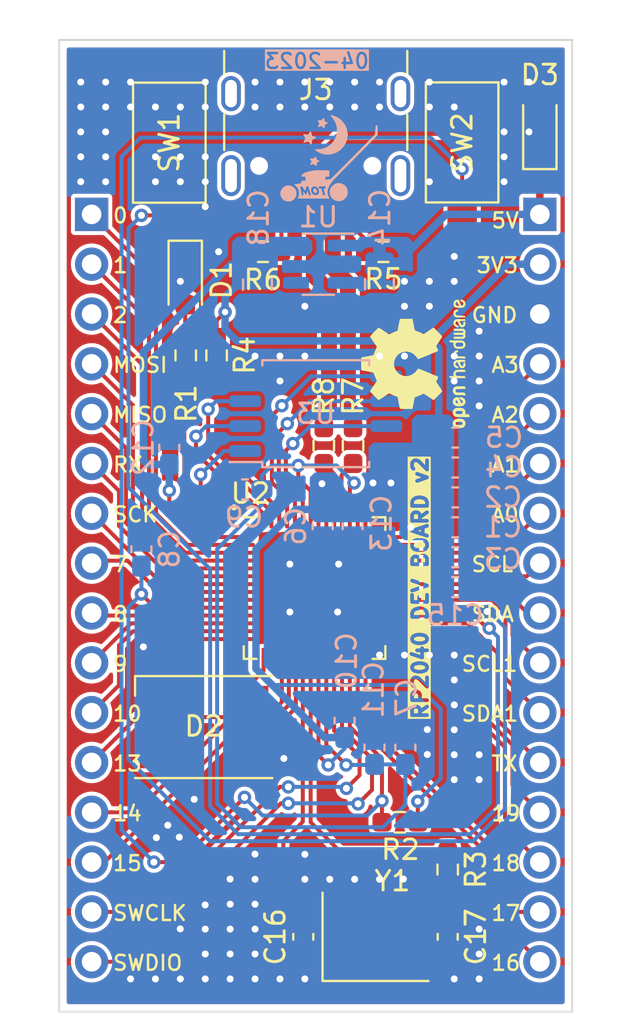
<source format=kicad_pcb>
(kicad_pcb (version 20221018) (generator pcbnew)
  (title_block (date "2023-04-26") (rev "-"))
  (layers (0 "F.Cu" mixed) (31 "B.Cu" mixed) (34 "B.Paste" user) (35 "F.Paste" user) (36 "B.SilkS" user "B.Silkscreen") (37 "F.SilkS" user "F.Silkscreen") (38 "B.Mask" user) (39 "F.Mask" user) (44 "Edge.Cuts" user))
  (net 0 "")
  (net 1 "+3.3V")
  (net 2 "GND")
  (net 3 "+1V2")
  (net 4 "+5V")
  (net 5 "Net-(U2-XIN)")
  (net 6 "Net-(C17-Pad1)")
  (net 7 "USBBOOT")
  (net 8 "Net-(D1-A)")
  (net 9 "NEO_PWR")
  (net 11 "NEOPIX")
  (net 12 "Net-(D3-A)")
  (net 13 "A3")
  (net 14 "A2")
  (net 15 "A1")
  (net 16 "A0")
  (net 17 "SCL")
  (net 18 "SDA")
  (net 19 "SCL1")
  (net 20 "SDA1")
  (net 21 "TX")
  (net 22 "GPIO19")
  (net 23 "GPIO18")
  (net 24 "GPIO17")
  (net 25 "GPIO16")
  (net 26 "GPIO0")
  (net 27 "GPIO1")
  (net 28 "GPIO2")
  (net 29 "MOSI")
  (net 30 "MISO")
  (net 31 "RX")
  (net 32 "SCK")
  (net 33 "GPIO7")
  (net 34 "GPIO8")
  (net 35 "GPIO9")
  (net 36 "GPIO10")
  (net 37 "GPIO13")
  (net 38 "GPIO14")
  (net 39 "GPIO15")
  (net 40 "SWCLK")
  (net 41 "SWDIO")
  (net 42 "Net-(J3-CC1)")
  (net 43 "/USB D+")
  (net 44 "/USB D-")
  (net 46 "Net-(J3-CC2)")
  (net 49 "Net-(U2-XOUT)")
  (net 50 "QSPI_CS")
  (net 51 "D-")
  (net 52 "D+")
  (net 53 "RESET")
  (net 55 "QSPI_DATA(3)")
  (net 56 "QSPI_DATA(0)")
  (net 57 "QSPI_DATA(2)")
  (net 58 "QSPI_DATA(1)")
  (net 59 "QSPI_SCK")
  (footprint "Connector_PinHeader_2.54mm:PinHeader_1x16_P2.54mm_Vertical" (layer "F.Cu") (at 156.21 98.425)
    (fp_text reference "J2" hide)
    (fp_text value "Conn_01x16")
  )
  (footprint "Resistor_SMD:R_0603_1608Metric_Pad0.98x0.95mm_HandSolder" (layer "F.Cu") (at 162.5854 105.6132 -90)
    (fp_text reference "R4")
    (fp_text value "10k")
  )
  (footprint "Button_Switch_SMD:SW_SPST_CK_RS282G05A3" (layer "F.Cu") (at 160.1724 94.7696 90)
    (fp_text reference "SW1")
    (fp_text value "PTS636 SK25")
  )
  (footprint "RP2040_DevBoard:WS2812B" (layer "F.Cu") (at 161.925 124.5616)
    (fp_text reference "D2")
    (fp_text value "WS2812B")
  )
  (footprint "Resistor_SMD:R_0603_1608Metric_Pad0.98x0.95mm_HandSolder" (layer "F.Cu") (at 161.0106 105.6132 90)
    (fp_text reference "R1")
    (fp_text value "1k3")
  )
  (footprint "Resistor_SMD:R_0603_1608Metric_Pad0.98x0.95mm_HandSolder" (layer "F.Cu") (at 169.545 110.2125 90)
    (fp_text reference "R7")
    (fp_text value "27")
  )
  (footprint "Connector_PinHeader_2.54mm:PinHeader_1x16_P2.54mm_Vertical" (layer "F.Cu") (at 179.07 98.425)
    (fp_text reference "J1" hide)
    (fp_text value "Conn_01x16")
  )
  (footprint "Resistor_SMD:R_0603_1608Metric_Pad0.98x0.95mm_HandSolder" (layer "F.Cu") (at 168.051 110.2125 90)
    (fp_text reference "R8")
    (fp_text value "27")
  )
  (footprint "Connector_USB:USB_C_Receptacle_GCT_USB4105-xx-A_16P_TopMnt_Horizontal" (layer "F.Cu") (at 167.64 93.345 180)
    (fp_text reference "J3")
    (fp_text value "USB_C_Receptacle_USB2.0")
  )
  (footprint "Button_Switch_SMD:SW_SPST_CK_RS282G05A3" (layer "F.Cu") (at 175.1076 94.7558 90)
    (fp_text reference "SW2")
    (fp_text value "PTS636 SK25")
  )
  (footprint "Resistor_SMD:R_0603_1608Metric_Pad0.98x0.95mm_HandSolder" (layer "F.Cu") (at 174.371 131.826 -90)
    (fp_text reference "R3")
    (fp_text value "1k3")
  )
  (footprint "Resistor_SMD:R_0603_1608Metric_Pad0.98x0.95mm_HandSolder" (layer "F.Cu") (at 171.0925 100.33)
    (fp_text reference "R5")
    (fp_text value "5k1")
  )
  (footprint "Crystal:Crystal_SMD_3225-4Pin_3.2x2.5mm_HandSoldering" (layer "F.Cu") (at 170.688 135.255)
    (fp_text reference "Y1")
    (fp_text value "12MHz")
  )
  (footprint "Diode_SMD:D_SOD-323_HandSoldering" (layer "F.Cu") (at 179.07 94.107 90)
    (fp_text reference "D3")
    (fp_text value "NSR0320")
  )
  (footprint "Symbol:OSHW-Logo2_7.3x6mm_SilkScreen" (layer "F.Cu") (at 172.72 106.045 90)
    (fp_text reference "REF**" hide)
    (fp_text value "OSHW-Logo2_7.3x6mm_SilkScreen" hide)
  )
  (footprint "Package_DFN_QFN:QFN-56-1EP_7x7mm_P0.4mm_EP4x4mm" (layer "F.Cu") (at 167.58 117.475)
    (fp_text reference "U2")
    (fp_text value "RP2040")
  )
  (footprint "Resistor_SMD:R_0603_1608Metric_Pad0.98x0.95mm_HandSolder" (layer "F.Cu") (at 171.9326 129.413 180)
    (fp_text reference "R2")
    (fp_text value "10k")
  )
  (footprint "Resistor_SMD:R_0603_1608Metric_Pad0.98x0.95mm_HandSolder" (layer "F.Cu") (at 164.9495 100.33 180)
    (fp_text reference "R6")
    (fp_text value "5k1")
  )
  (footprint "Capacitor_SMD:C_0603_1608Metric_Pad1.08x0.95mm_HandSolder" (layer "F.Cu") (at 167.005 135.255 90)
    (fp_text reference "C16")
    (fp_text value "8p")
  )
  (footprint "Diode_SMD:D_SOD-323_HandSoldering" (layer "F.Cu") (at 160.9852 101.7778 -90)
    (fp_text reference "D1")
    (fp_text value "NSR0320")
  )
  (footprint "Capacitor_SMD:C_0603_1608Metric_Pad1.08x0.95mm_HandSolder" (layer "F.Cu") (at 174.371 135.255 -90)
    (fp_text reference "C17")
    (fp_text value "8p")
  )
  (footprint "Capacitor_SMD:C_0603_1608Metric_Pad1.08x0.95mm_HandSolder" (layer "B.Cu") (at 169.1132 124.2325 90)
    (fp_text reference "C10")
    (fp_text value "0.1u")
  )
  (footprint "Capacitor_SMD:C_0603_1608Metric_Pad1.08x0.95mm_HandSolder" (layer "B.Cu") (at 158.75 115.4927 90)
    (fp_text reference "C8")
    (fp_text value "0.1u")
  )
  (footprint "Capacitor_SMD:C_0603_1608Metric_Pad1.08x0.95mm_HandSolder" (layer "B.Cu") (at 169.5196 114.3243 -90)
    (fp_text reference "C13")
    (fp_text value "0.1u")
  )
  (footprint "Capacitor_SMD:C_0603_1608Metric_Pad1.08x0.95mm_HandSolder" (layer "B.Cu") (at 174.7531 115.9002)
    (fp_text reference "C3")
    (fp_text value "0.1u")
  )
  (footprint "Capacitor_SMD:C_0603_1608Metric_Pad1.08x0.95mm_HandSolder" (layer "B.Cu") (at 170.6372 125.6019 90)
    (fp_text reference "C11")
    (fp_text value "0.1u")
  )
  (footprint "Capacitor_SMD:C_0603_1608Metric_Pad1.08x0.95mm_HandSolder" (layer "B.Cu") (at 174.752 112.8522)
    (fp_text reference "C2")
    (fp_text value "1u")
  )
  (footprint "Capacitor_SMD:C_0603_1608Metric_Pad1.08x0.95mm_HandSolder" (layer "B.Cu") (at 164.0332 112.4458 180)
    (fp_text reference "C9")
    (fp_text value "0.1u")
  )
  (footprint "KiCad:logo" (layer "B.Cu") (at 168.148 95.631 180)
    (fp_text reference "G***" hide)
    (fp_text value "LOGO" hide)
  )
  (footprint "Capacitor_SMD:C_0805_2012Metric_Pad1.18x1.45mm_HandSolder" (layer "B.Cu") (at 170.8912 101.981 -90)
    (fp_text reference "C14")
    (fp_text value "10u")
  )
  (footprint "Capacitor_SMD:C_0603_1608Metric_Pad1.08x0.95mm_HandSolder" (layer "B.Cu") (at 172.212 125.6041 90)
    (fp_text reference "C7")
    (fp_text value "1u")
  )
  (footprint "Capacitor_SMD:C_0603_1608Metric_Pad1.08x0.95mm_HandSolder" (layer "B.Cu") (at 174.752 117.4242)
    (fp_text reference "C15")
    (fp_text value "0.1u")
  )
  (footprint "Package_TO_SOT_SMD:SOT-23-5" (layer "B.Cu") (at 167.7725 100.965 180)
    (fp_text reference "U1")
    (fp_text value "AP2112K-3.3")
  )
  (footprint "Capacitor_SMD:C_0805_2012Metric_Pad1.18x1.45mm_HandSolder" (layer "B.Cu") (at 164.6682 102.0064 -90)
    (fp_text reference "C18")
    (fp_text value "10u")
  )
  (footprint "Capacitor_SMD:C_0603_1608Metric_Pad1.08x0.95mm_HandSolder" (layer "B.Cu") (at 174.7531 109.8042)
    (fp_text reference "C5")
    (fp_text value "0.1u")
  )
  (footprint "Package_SO:SOIC-8_5.23x5.23mm_P1.27mm" (layer "B.Cu") (at 167.64 108.585)
    (fp_text reference "U3")
    (fp_text value "W25Q64JVSS")
  )
  (footprint "Capacitor_SMD:C_0603_1608Metric_Pad1.08x0.95mm_HandSolder" (layer "B.Cu") (at 160.1724 110.3133 90)
    (fp_text reference "C12")
    (fp_text value "0.1u")
  )
  (footprint "Capacitor_SMD:C_0603_1608Metric_Pad1.08x0.95mm_HandSolder" (layer "B.Cu") (at 174.7509 114.3762)
    (fp_text reference "C1")
    (fp_text value "1u")
  )
  (footprint "Capacitor_SMD:C_0603_1608Metric_Pad1.08x0.95mm_HandSolder" (layer "B.Cu") (at 167.9956 114.3265 -90)
    (fp_text reference "C6")
    (fp_text value "0.1u")
  )
  (footprint "Capacitor_SMD:C_0603_1608Metric_Pad1.08x0.95mm_HandSolder" (layer "B.Cu") (at 174.752 111.3282)
    (fp_text reference "C4")
    (fp_text value "0.1u")
  )
  (gr_circle (center 163.4744 113.3602) (end 163.4998 113.4364) (stroke (width 0.15)) (fill none) (layer "F.SilkS"))
  (gr_rect (start 154.559 89.535) (end 180.721 139.065) (stroke (width 0.1)) (fill none) (layer "Edge.Cuts"))
  (gr_text "04-2023" (at 170.434 91.059) (layer "B.SilkS" knockout) (effects (font (size 0.762 0.762) (thickness 0.127) bold) (justify left bottom mirror)))
  (gr_text "RX" (at 157.226 111.633) (layer "F.SilkS") (effects (font (size 0.762 0.762) (thickness 0.127) bold) (justify left bottom)))
  (gr_text "17" (at 176.53 134.493) (layer "F.SilkS") (effects (font (size 0.762 0.762) (thickness 0.127) bold) (justify left bottom)))
  (gr_text "A3" (at 176.53 106.553) (layer "F.SilkS") (effects (font (size 0.762 0.762) (thickness 0.127) bold) (justify left bottom)))
  (gr_text "SCK" (at 157.226 114.173) (layer "F.SilkS") (effects (font (size 0.762 0.762) (thickness 0.127) bold) (justify left bottom)))
  (gr_text "MOSI" (at 157.226 106.553) (layer "F.SilkS") (effects (font (size 0.762 0.762) (thickness 0.127) bold) (justify left bottom)))
  (gr_text "SDA" (at 175.514 119.253) (layer "F.SilkS") (effects (font (size 0.762 0.762) (thickness 0.127) bold) (justify left bottom)))
  (gr_text "SDA1" (at 175.006 124.333) (layer "F.SilkS") (effects (font (size 0.762 0.762) (thickness 0.127) bold) (justify left bottom)))
  (gr_text "SCL" (at 175.514 116.713) (layer "F.SilkS") (effects (font (size 0.762 0.762) (thickness 0.127) bold) (justify left bottom)))
  (gr_text "1" (at 157.226 101.473) (layer "F.SilkS") (effects (font (size 0.762 0.762) (thickness 0.127) bold) (justify left bottom)))
  (gr_text "RP2040 DEV BOARD v2" (at 172.974 117.475 90) (layer "F.SilkS" knockout) (effects (font (size 0.762 0.762) (thickness 0.1905) bold)))
  (gr_text "A0" (at 176.53 114.173) (layer "F.SilkS") (effects (font (size 0.762 0.762) (thickness 0.127) bold) (justify left bottom)))
  (gr_text "GND" (at 175.514 104.013) (layer "F.SilkS") (effects (font (size 0.762 0.762) (thickness 0.127) bold) (justify left bottom)))
  (gr_text "18" (at 176.53 131.953) (layer "F.SilkS") (effects (font (size 0.762 0.762) (thickness 0.127) bold) (justify left bottom)))
  (gr_text "8" (at 157.226 119.253) (layer "F.SilkS") (effects (font (size 0.762 0.762) (thickness 0.127) bold) (justify left bottom)))
  (gr_text "2" (at 157.226 104.013) (layer "F.SilkS") (effects (font (size 0.762 0.762) (thickness 0.127) bold) (justify left bottom)))
  (gr_text "SCL1" (at 175.006 121.793) (layer "F.SilkS") (effects (font (size 0.762 0.762) (thickness 0.127) bold) (justify left bottom)))
  (gr_text "TX" (at 176.53 126.873) (layer "F.SilkS") (effects (font (size 0.762 0.762) (thickness 0.127) bold) (justify left bottom)))
  (gr_text "SWCLK" (at 157.226 134.493) (layer "F.SilkS") (effects (font (size 0.762 0.762) (thickness 0.127) bold) (justify left bottom)))
  (gr_text "5V" (at 176.53 99.187) (layer "F.SilkS") (effects (font (size 0.762 0.762) (thickness 0.127) bold) (justify left bottom)))
  (gr_text "3V3" (at 175.768 101.473) (layer "F.SilkS") (effects (font (size 0.762 0.762) (thickness 0.127) bold) (justify left bottom)))
  (gr_text "16" (at 176.53 137.033) (layer "F.SilkS") (effects (font (size 0.762 0.762) (thickness 0.127) bold) (justify left bottom)))
  (gr_text "A2" (at 176.53 109.093) (layer "F.SilkS") (effects (font (size 0.762 0.762) (thickness 0.127) bold) (justify left bottom)))
  (gr_text "MISO" (at 157.226 109.093) (layer "F.SilkS") (effects (font (size 0.762 0.762) (thickness 0.127) bold) (justify left bottom)))
  (gr_text "14" (at 157.226 129.413) (layer "F.SilkS") (effects (font (size 0.762 0.762) (thickness 0.127) bold) (justify left bottom)))
  (gr_text "19" (at 176.53 129.413) (layer "F.SilkS") (effects (font (size 0.762 0.762) (thickness 0.127) bold) (justify left bottom)))
  (gr_text "SWDIO" (at 157.226 137.033) (layer "F.SilkS") (effects (font (size 0.762 0.762) (thickness 0.127) bold) (justify left bottom)))
  (gr_text "10" (at 157.226 124.333) (layer "F.SilkS") (effects (font (size 0.762 0.762) (thickness 0.127) bold) (justify left bottom)))
  (gr_text "9" (at 157.226 121.793) (layer "F.SilkS") (effects (font (size 0.762 0.762) (thickness 0.127) bold) (justify left bottom)))
  (gr_text "15" (at 157.226 131.953) (layer "F.SilkS") (effects (font (size 0.762 0.762) (thickness 0.127) bold) (justify left bottom)))
  (gr_text "A1" (at 176.53 111.633) (layer "F.SilkS") (effects (font (size 0.762 0.762) (thickness 0.127) bold) (justify left bottom)))
  (gr_text "7" (at 157.226 116.713) (layer "F.SilkS") (effects (font (size 0.762 0.762) (thickness 0.127) bold) (justify left bottom)))
  (gr_text "0" (at 157.226 98.933) (layer "F.SilkS") (effects (font (size 0.762 0.762) (thickness 0.127) bold) (justify left bottom)))
  (gr_text "13" (at 157.226 126.873) (layer "F.SilkS") (effects (font (size 0.762 0.762) (thickness 0.127) bold) (justify left bottom)))
  (segment (start 169.78 113.2268) (end 169.78 114.025) (width 0.2032) (layer "F.Cu") (net 1))
  (segment (start 167.95845 112.15465) (end 168.18 112.3762) (width 0.2032) (layer "F.Cu") (net 1))
  (segment (start 171.9926 114.875) (end 172.4914 114.3762) (width 0.2032) (layer "F.Cu") (net 1))
  (segment (start 172.8451 129.413) (end 172.8451 128.349538) (width 0.2032) (layer "F.Cu") (net 1))
  (segment (start 176.37936 118.6714) (end 176.18296 118.475) (width 0.2032) (layer "F.Cu") (net 1))
  (segment (start 167.78 125.997) (end 167.78 120.925) (width 0.2032) (layer "F.Cu") (net 1))
  (segment (start 168.275 126.492) (end 167.78 125.997) (width 0.2032) (layer "F.Cu") (net 1))
  (segment (start 171.4754 112.3442) (end 170.18 113.6396) (width 0.2032) (layer "F.Cu") (net 1))
  (segment (start 176.18296 118.475) (end 171.03 118.475) (width 0.2032) (layer "F.Cu") (net 1))
  (segment (start 167.78 112.3331) (end 167.78 114.025) (width 0.2032) (layer "F.Cu") (net 1))
  (segment (start 170.561 112.4458) (end 169.78 113.2268) (width 0.2032) (layer "F.Cu") (net 1))
  (segment (start 158.75 117.7798) (end 159.4452 118.475) (width 0.2032) (layer "F.Cu") (net 1))
  (segment (start 159.4452 118.475) (end 164.13 118.475) (width 0.2032) (layer "F.Cu") (net 1))
  (segment (start 161.5856 114.875) (end 160.1724 113.4618) (width 0.2032) (layer "F.Cu") (net 1))
  (segment (start 170.18 113.6396) (end 170.18 114.025) (width 0.2032) (layer "F.Cu") (net 1))
  (segment (start 170.561 112.1156) (end 170.561 112.4458) (width 0.2032) (layer "F.Cu") (net 1))
  (segment (start 164.13 114.875) (end 161.5856 114.875) (width 0.2032) (layer "F.Cu") (net 1))
  (segment (start 167.95845 112.15465) (end 167.78 112.3331) (width 0.2032) (layer "F.Cu") (net 1))
  (segment (start 171.4754 112.1156) (end 171.4754 112.3442) (width 0.2032) (layer "F.Cu") (net 1))
  (segment (start 172.8451 128.349538) (end 172.844381 128.348819) (width 0.2032) (layer "F.Cu") (net 1))
  (segment (start 168.18 112.3762) (end 168.18 114.025) (width 0.2032) (layer "F.Cu") (net 1))
  (segment (start 162.5854 104.7007) (end 162.5854 103.8352) (width 0.2032) (layer "F.Cu") (net 1))
  (segment (start 160.1724 113.4618) (end 160.1724 112.4966) (width 0.2032) (layer "F.Cu") (net 1))
  (segment (start 171.03 114.875) (end 171.9926 114.875) (width 0.2032) (layer "F.Cu") (net 1))
  (segment (start 162.5854 103.8352) (end 163.0172 103.4034) (width 0.2032) (layer "F.Cu") (net 1))
  (via (at 158.75 117.7798) (size 0.6858) (drill 0.3302) (layers "F.Cu" "B.Cu") (net 1))
  (via (at 167.95845 112.15465) (size 0.6858) (drill 0.3556) (layers "F.Cu" "B.Cu") (net 1))
  (via (at 172.844381 128.348819) (size 0.6858) (drill 0.3302) (layers "F.Cu" "B.Cu") (net 1))
  (via (at 176.37936 118.6714) (size 0.6858) (drill 0.3556) (layers "F.Cu" "B.Cu") (net 1))
  (via (at 163.0172 103.4034) (size 0.6858) (drill 0.3302) (layers "F.Cu" "B.Cu") (net 1))
  (via (at 171.4754 112.1156) (size 0.6858) (drill 0.3556) (layers "F.Cu" "B.Cu") (net 1))
  (via (at 168.275 126.492) (size 0.6858) (drill 0.3556) (layers "F.Cu" "B.Cu") (net 1))
  (via (at 172.4914 114.3762) (size 0.6858) (drill 0.3556) (layers "F.Cu" "B.Cu") (net 1))
  (via (at 170.561 112.1156) (size 0.6858) (drill 0.3556) (layers "F.Cu" "B.Cu") (net 1))
  (via (at 160.1724 112.4966) (size 0.6858) (drill 0.3556) (layers "F.Cu" "B.Cu") (net 1))
  (segment (start 163.0172 104.267) (end 163.6268 104.8766) (width 0.381) (layer "B.Cu") (net 1))
  (segment (start 168.275 126.492) (end 169.1132 125.6538) (width 0.2032) (layer "B.Cu") (net 1))
  (segment (start 174.0154 123.6472) (end 172.7835 122.4153) (width 0.2032) (layer "B.Cu") (net 1))
  (segment (start 158.8516 105.4354) (end 158.8516 110.9726) (width 0.381) (layer "B.Cu") (net 1))
  (segment (start 173.8906 114.3784) (end 173.8884 114.3762) (width 0.2032) (layer "B.Cu") (net 1))
  (segment (start 162.2552 130.3782) (end 158.0896 126.2126) (width 0.2032) (layer "B.Cu") (net 1))
  (segment (start 173.5328 104.8766) (end 177.4444 100.965) (width 0.381) (layer "B.Cu") (net 1))
  (segment (start 172.844381 128.348819) (end 174.0154 127.1778) (width 0.2032) (layer "B.Cu") (net 1))
  (segment (start 175.661294 130.3782) (end 162.2552 130.3782) (width 0.2032) (layer "B.Cu") (net 1))
  (segment (start 158.0896 126.2126) (end 158.0896 118.4402) (width 0.2032) (layer "B.Cu") (net 1))
  (segment (start 176.37936 118.6714) (end 176.482771 118.6714) (width 0.2032) (layer "B.Cu") (net 1))
  (segment (start 168.0972 125.095) (end 169.1132 125.095) (width 0.381) (layer "B.Cu") (net 1))
  (segment (start 158.75 116.3552) (end 158.75 117.7798) (width 0.2032) (layer "B.Cu") (net 1))
  (segment (start 164.6682 100.9689) (end 163.3181 100.9689) (width 0.381) (layer "B.Cu") (net 1))
  (segment (start 169.1132 125.6538) (end 169.1132 125.095) (width 0.2032) (layer "B.Cu") (net 1))
  (segment (start 177.4444 100.965) (end 179.07 100.965) (width 0.381) (layer "B.Cu") (net 1))
  (segment (start 173.9138 108.7628) (end 173.9138 105.2576) (width 0.381) (layer "B.Cu") (net 1))
  (segment (start 174.0154 127.1778) (end 174.0154 123.6472) (width 0.2032) (layer "B.Cu") (net 1))
  (segment (start 176.482771 118.6714) (end 177.292 119.480629) (width 0.2032) (layer "B.Cu") (net 1))
  (segment (start 159.0548 111.1758) (end 160.1724 111.1758) (width 0.381) (layer "B.Cu") (net 1))
  (segment (start 163.0172 103.4034) (end 163.0172 104.267) (width 0.381) (layer "B.Cu") (net 1))
  (segment (start 158.0896 118.4402) (end 158.75 117.7798) (width 0.2032) (layer "B.Cu") (net 1))
  (segment (start 164.592 121.5898) (end 165.4175 122.4153) (width 0.381) (layer "B.Cu") (net 1))
  (segment (start 164.6682 100.9689) (end 163.0172 102.6199) (width 0.381) (layer "B.Cu") (net 1))
  (segment (start 163.3181 100.9689) (end 158.8516 105.4354) (width 0.381) (layer "B.Cu") (net 1))
  (segment (start 177.292 119.480629) (end 177.292 128.747494) (width 0.2032) (layer "B.Cu") (net 1))
  (segment (start 173.9138 105.2576) (end 173.5328 104.8766) (width 0.381) (layer "B.Cu") (net 1))
  (segment (start 164.592 115.4938) (end 164.592 121.5898) (width 0.381) (layer "B.Cu") (net 1))
  (segment (start 166.6218 113.464) (end 164.592 115.4938) (width 0.381) (layer "B.Cu") (net 1))
  (segment (start 160.1724 112.4966) (end 160.1724 111.1758) (width 0.381) (layer "B.Cu") (net 1))
  (segment (start 177.292 128.747494) (end 175.661294 130.3782) (width 0.2032) (layer "B.Cu") (net 1))
  (segment (start 158.8516 110.9726) (end 159.0548 111.1758) (width 0.381) (layer "B.Cu") (net 1))
  (segment (start 172.7835 122.4153) (end 165.4175 122.4153) (width 0.2032) (layer "B.Cu") (net 1))
  (segment (start 163.6268 104.8766) (end 173.5328 104.8766) (width 0.381) (layer "B.Cu") (net 1))
  (segment (start 165.4175 122.4153) (end 168.0972 125.095) (width 0.381) (layer "B.Cu") (net 1))
  (segment (start 167.9956 113.464) (end 166.6218 113.464) (width 0.381) (layer "B.Cu") (net 1))
  (segment (start 163.0172 102.6199) (end 163.0172 103.4034) (width 0.381) (layer "B.Cu") (net 1))
  (segment (start 175.0938 90.678) (end 175.1076 90.6642) (width 0.381) (layer "F.Cu") (net 2))
  (segment (start 175.1214 90.678) (end 175.1076 90.6642) (width 0.381) (layer "F.Cu") (net 2))
  (segment (start 164.44 99.927) (end 164.037 100.33) (width 0.381) (layer "F.Cu") (net 2))
  (segment (start 162.687 100.33) (end 164.037 100.33) (width 0.381) (layer "F.Cu") (net 2))
  (segment (start 172.4255 136.1175) (end 172.138 136.405) (width 0.762) (layer "F.Cu") (net 2))
  (segment (start 166.58 118.475) (end 167.58 117.475) (width 0.2032) (layer "F.Cu") (net 2))
  (segment (start 170.84 97.025) (end 170.84 99.165) (width 0.381) (layer "F.Cu") (net 2))
  (segment (start 166.6244 118.9994) (end 166.3192 118.6942) (width 0.2032) (layer "F.Cu") (net 2))
  (segment (start 164.44 97.025) (end 164.44 99.927) (width 0.381) (layer "F.Cu") (net 2))
  (segment (start 166.3192 118.6942) (end 166.58 118.475) (width 0.2032) (layer "F.Cu") (net 2))
  (segment (start 166.0144 126.1616) (end 164.425 126.1616) (width 0.2032) (layer "F.Cu") (net 2))
  (segment (start 170.84 99.165) (end 172.005 100.33) (width 0.381) (layer "F.Cu") (net 2))
  (segment (start 168.9505 134.3925) (end 169.238 134.105) (width 0.762) (layer "F.Cu") (net 2))
  (via (at 170.895 92.95) (size 0.6858) (drill 0.3556) (layers "F.Cu" "B.Cu") (net 2))
  (via (at 164.545 92.95) (size 0.6858) (drill 0.3556) (layers "F.Cu" "B.Cu") (net 2))
  (via (at 159.465 92.95) (size 0.6858) (drill 0.3556) (layers "F.Cu" "B.Cu") (net 2))
  (via (at 173.435 92.95) (size 0.6858) (drill 0.3556) (layers "F.Cu" "B.Cu") (net 2))
  (via (at 174.705 120.89) (size 0.6858) (drill 0.3556) (layers "F.Cu" "B.Cu") (net 2))
  (via (at 159.465 137.4) (size 0.6858) (drill 0.3556) (layers "F.Cu" "B.Cu") (net 2))
  (via (at 156.925 96.76) (size 0.6858) (drill 0.3556) (layers "F.Cu" "B.Cu") (net 2))
  (via (at 172.165 101.84) (size 0.6858) (drill 0.3556) (layers "F.Cu" "B.Cu") (net 2))
  (via (at 156.925 94.22) (size 0.6858) (drill 0.3556) (layers "F.Cu" "B.Cu") (net 2))
  (via (at 174.705 127.24) (size 0.6858) (drill 0.3556) (layers "F.Cu" "B.Cu") (net 2))
  (via (at 160.735 96.76) (size 0.6858) (drill 0.3556) (layers "F.Cu" "B.Cu") (net 2))
  (via (at 155.655 94.22) (size 0.6858) (drill 0.3556) (layers "F.Cu" "B.Cu") (net 2))
  (via (at 172.1104 132.3086) (size 0.6858) (drill 0.3556) (layers "F.Cu" "B.Cu") (net 2))
  (via (at 163.275 134.86) (size 0.6858) (drill 0.3556) (layers "F.Cu" "B.Cu") (net 2))
  (via (at 164.545 91.68) (size 0.6858) (drill 0.3556) (layers "F.Cu" "B.Cu") (net 2))
  (via (at 159.465 96.76) (size 0.6858) (drill 0.3556) (layers "F.Cu" "B.Cu") (net 2))
  (via (at 169.625 92.95) (size 0.6858) (drill 0.3556) (layers "F.Cu" "B.Cu") (net 2))
  (via (at 160.735 137.4) (size 0.6858) (drill 0.3556) (layers "F.Cu" "B.Cu") (net 2))
  (via (at 174.705 92.95) (size 0.6858) (drill 0.3556) (layers "F.Cu" "B.Cu") (net 2))
  (via (at 168.355 91.68) (size 0.6858) (drill 0.3556) (layers "F.Cu" "B.Cu") (net 2))
  (via (at 168.355 132.32) (size 0.6858) (drill 0.3556) (layers "F.Cu" "B.Cu") (net 2))
  (via (at 172.165 120.89) (size 0.6858) (drill 0.3556) (layers "F.Cu" "B.Cu") (net 2))
  (via (at 162.005 96.76) (size 0.6858) (drill 0.3556) (layers "F.Cu" "B.Cu") (net 2))
  (via (at 164.545 136.13) (size 0.6858) (drill 0.3556) (layers "F.Cu" "B.Cu") (net 2))
  (via (at 175.975 105.65) (size 0.6858) (drill 0.3556) (layers "F.Cu" "B.Cu") (net 2))
  (via (at 175.975 134.86) (size 0.6858) (drill 0.3556) (layers "F.Cu" "B.Cu") (net 2))
  (via (at 177.245 91.68) (size 0.6858) (drill 0.3556) (layers "F.Cu" "B.Cu") (net 2))
  (via (at 159.465 95.49) (size 0.6858) (drill 0.3556) (layers "F.Cu" "B.Cu") (net 2))
  (via (at 168.7576 118.6942) (size 0.6858) (drill 0.3556) (layers "F.Cu" "B.Cu") (net 2))
  (via (at 174.705 100.57) (size 0.6858) (drill 0.3556) (layers "F.Cu" "B.Cu") (net 2))
  (via (at 165.815 91.68) (size 0.6858) (drill 0.3556) (layers "F.Cu" "B.Cu") (net 2))
  (via (at 163.275 137.4) (size 0.6858) (drill 0.3556) (layers "F.Cu" "B.Cu") (net 2))
  (via (at 170.895 132.32) (size 0.6858) (drill 0.3556) (layers "F.Cu" "B.Cu") (net 2))
  (via (at 164.545 132.32) (size 0.6858) (drill 0.3556) (layers "F.Cu" "B.Cu") (net 2))
  (via (at 166.3192 116.2558) (size 0.6858) (drill 0.3556) (layers "F.Cu" "B.Cu") (net 2))
  (via (at 175.975 106.92) (size 0.6858) (drill 0.3556) (layers "F.Cu" "B.Cu") (net 2))
  (via (at 167.085 103.11) (size 0.6858) (drill 0.3556) (layers "F.Cu" "B.Cu") (net 2))
  (via (at 164.545 133.59) (size 0.6858) (drill 0.3556) (layers "F.Cu" "B.Cu") (net 2))
  (via (at 167.085 91.68) (size 0.6858) (drill 0.3556) (layers "F.Cu" "B.Cu") (net 2))
  (via (at 175.975 108.19) (size 0.6858) (drill 0.3556) (layers "F.Cu" "B.Cu") (net 2))
  (via (at 164.545 105.65) (size 0.6858) (drill 0.3556) (layers "F.Cu" "B.Cu") (net 2))
  (via (at 156.925 92.95) (size 0.6858) (drill 0.3556) (layers "F.Cu" "B.Cu") (net 2))
  (via (at 168.355 92.95) (size 0.6858) (drill 0.3556) (layers "F.Cu" "B.Cu") (net 2))
  (via (at 165.815 92.95) (size 0.6858) (drill 0.3556) (layers "F.Cu" "B.Cu") (net 2))
  (via (at 174.705 106.92) (size 0.6858) (drill 0.3556) (layers "F.Cu" "B.Cu") (net 2))
  (via (at 156.925 95.49) (size 0.6858) (drill 0.3556) (layers "F.Cu" "B.Cu") (net 2))
  (via (at 167.085 132.32) (size 0.6858) (drill 0.3556) (layers "F.Cu" "B.Cu") (net 2))
  (via (at 175.975 127.24) (size 0.6858) (drill 0.3556) (layers "F.Cu" "B.Cu") (net 2))
  (via (at 164.5412 131.0386) (size 0.6858) (drill 0.3556) (layers "F.Cu" "B.Cu") (net 2))
  (via (at 174.705 124.7) (size 0.6858) (drill 0.3556) (layers "F.Cu" "B.Cu") (net 2))
  (via (at 175.975 104.38) (size 0.6858) (drill 0.3556) (layers "F.Cu" "B.Cu") (net 2))
  (via (at 160.735 101.84) (size 0.6858) (drill 0.3556) (layers "F.Cu" "B.Cu") (net 2))
  (via (at 173.435 101.84) (size 0.6858) (drill 0.3556) (layers "F.Cu" "B.Cu") (net 2))
  (via (at 164.545 137.4) (size 0.6858) (drill 0.3556) (layers "F.Cu" "B.Cu") (net 2))
  (via (at 174.705 123.43) (size 0.6858) (drill 0.3556) (layers "F.Cu" "B.Cu") (net 2))
  (via (at 167.085 137.4) (size 0.6858) (drill 0.3556) (layers "F.Cu" "B.Cu") (net 2))
  (via (at 165.815 137.4) (size 0.6858) (drill 0.3556) (layers "F.Cu" "B.Cu") (net 2))
  (via (at 155.655 92.95) (size 0.6858) (drill 0.3556) (layers "F.Cu" "B.Cu") (net 2))
  (via (at 172.165 105.65) (size 0.6858) (drill 0.3556) (layers "F.Cu" "B.Cu") (net 2))
  (via (at 166.0144 126.1616) (size 0.6858) (drill 0.3556) (layers "F.Cu" "B.Cu") (net 2))
  (via (at 163.275 136.13) (size 0.6858) (drill 0.3556) (layers "F.Cu" "B.Cu") (net 2))
  (via (at 155.655 91.68) (size 0.6858) (drill 0.3556) (layers "F.Cu" "B.Cu") (net 2))
  (via (at 158.8516 120.4722) (size 0.6858) (drill 0.3556) (layers "F.Cu" "B.Cu") (net 2))
  (via (at 162.005 134.86) (size 0.6858) (drill 0.3556) (layers "F.Cu" "B.Cu") (net 2))
  (via (at 156.925 91.68) (size 0.6858) (drill 0.3556) (layers "F.Cu" "B.Cu") (net 2))
  (via (at 170.895 105.65) (size 0.6858) (drill 0.3556) (layers "F.Cu" "B.Cu") (net 2))
  (via (at 155.655 95.49) (size 0.6858) (drill 0.3556) (layers "F.Cu" "B.Cu") (net 2))
  (via (at 174.705 137.4) (size 0.6858) (drill 0.3556) (layers "F.Cu" "B.Cu") (net 2))
  (via (at 162.0012 133.6294) (size 0.6858) (drill 0.3556) (layers "F.Cu" "B.Cu") (net 2))
  (via (at 165.815 106.92) (size 0.6858) (drill 0.3556) (layers "F.Cu" "B.Cu") (net 2))
  (via (at 170.895 120.89) (size 0.6858) (drill 0.3556) (layers "F.Cu" "B.Cu") (net 2))
  (via (at 158.195 92.95) (size 0.6858) (drill 0.3556) (layers "F.Cu" "B.Cu") (net 2))
  (via (at 174.705 122.16) (size 0.6858) (drill 0.3556) (layers "F.Cu" "B.Cu") (net 2))
  (via (at 178.515 91.68) (size 0.6858) (drill 0.3556) (layers "F.Cu" "B.Cu") (net 2))
  (via (at 175.975 136.13) (size 0.6858) (drill 0.3556) (layers "F.Cu" "B.Cu") (net 2))
  (via (at 174.705 101.84) (size 0.6858) (drill 0.3556) (layers "F.Cu" "B.Cu") (net 2))
  (via (at 162.005 137.4) (size 0.6858) (drill 0.3556) (layers "F.Cu" "B.Cu") (net 2))
  (via (at 173.3296 125.9586) (size 0.6858) (drill 0.3556) (layers "F.Cu" "B.Cu") (net 2))
  (via (at 155.655 96.76) (size 0.6858) (drill 0.3556) (layers "F.Cu" "B.Cu") (net 2))
  (via (at 165.815 105.65) (size 0.6858) (drill 0.3556) (layers "F.Cu" "B.Cu") (net 2))
  (via (at 162.005 95.49) (size 0.6858) (drill 0.3556) (layers "F.Cu" "B.Cu") (net 2))
  (via (at 173.435 103.11) (size 0.6858) (drill 0.3556) (layers "F.Cu" "B.Cu") (net 2))
  (via (at 177.245 96.76) (size 0.6858) (drill 0.3556) (layers "F.Cu" "B.Cu") (net 2))
  (via (at 160.0962 129.5654) (size 0.6858) (drill 0.3556) (layers "F.Cu" "B.Cu") (net 2))
  (via (at 173.435 91.68) (size 0.6858) (drill 0.3556) (layers "F.Cu" "B.Cu") (net 2))
  (via (at 160.735 95.49) (size 0.6858) (drill 0.3556) (layers "F.Cu" "B.Cu") (net 2))
  (via (at 158.195 137.4) (size 0.6858) (drill 0.3556) (layers "F.Cu" "B.Cu") (net 2))
  (via (at 158.195 91.68) (size 0.6858) (drill 0.3556) (layers "F.Cu" "B.Cu") (net 2))
  (via (at 160.6804 130.175) (size 0.6858) (drill 0.3556) (layers "F.Cu" "B.Cu") (net 2))
  (via (at 162.005 136.13) (size 0.6858) (drill 0.3556) (layers "F.Cu" "B.Cu") (net 2))
  (via (at 166.3192 118.6942) (size 0.6858) (drill 0.3556) (layers "F.Cu" "B.Cu") (net 2))
  (via (at 162.005 92.95) (size 0.6858) (drill 0.3556) (layers "F.Cu" "B.Cu") (net 2))
  (via (at 163.2712 132.3086) (size 0.6858) (drill 0.3556) (layers "F.Cu" "B.Cu") (net 2))
  (via (at 161.4424 128.2446) (size 0.6858) (drill 0.3556) (layers "F.Cu" "B.Cu") (net 2))
  (via (at 170.895 91.68) (size 0.6858) (drill 0.3556) (layers "F.Cu" "B.Cu") (net 2))
  (via (at 160.7312 134.8486) (size 0.6858) (drill 0.3556) (layers "F.Cu" "B.Cu") (net 2))
  (via (at 160.735 92.95) (size 0.6858) (drill 0.3556) (layers "F.Cu" "B.Cu") (net 2))
  (via (at 169.625 91.68) (size 0.6858) (drill 0.3556) (layers "F.Cu" "B.Cu") (net 2))
  (via (at 164.545 134.86) (size 0.6858) (drill 0.3556) (layers "F.Cu" "B.Cu") (net 2))
  (via (at 173.435 96.76) (size 0.6858) (drill 0.3556) (layers "F.Cu" "B.Cu") (net 2))
  (via (at 177.245 94.22) (size 0.6858) (drill 0.3556) (layers "F.Cu" "B.Cu") (net 2))
  (via (at 172.165 103.11) (size 0.6858) (drill 0.3556) (layers "F.Cu" "B.Cu") (net 2))
  (via (at 168.8084 116.2558) (size 0.6858) (drill 0.3556) (layers "F.Cu" "B.Cu") (net 2))
  (via (at 175.975 125.97) (size 0.6858) (drill 0.3556) (layers "F.Cu" "B.Cu") (net 2))
  (via (at 167.085 92.95) (size 0.6858) (drill 0.3556) (layers "F.Cu" "B.Cu") (net 2))
  (via (at 167.085 131.05) (size 0.6858) (drill 0.3556) (layers "F.Cu" "B.Cu") (net 2))
  (via (at 173.3296 124.6886) (size 0.6858) (drill 0.3556) (layers "F.Cu" "B.Cu") (net 2))
  (via (at 174.705 125.97) (size 0.6858) (drill 0.3556) (layers "F.Cu" "B.Cu") (net 2))
  (via (at 173.435 120.89) (size 0.6858) (drill 0.3556) (layers "F.Cu" "B.Cu") (net 2))
  (via (at 162.687 100.33) (size 0.6858) (drill 0.3556) (layers "F.Cu" "B.Cu") (net 2))
  (via (at 163.275 133.59) (size 0.6858) (drill 0.3556) (layers "F.Cu" "B.Cu") (net 2))
  (via (at 174.705 105.65) (size 0.6858) (drill 0.3556) (layers "F.Cu" "B.Cu") (net 2))
  (via (at 178.515 94.22) (size 0.6858) (drill 0.3556) (layers "F.Cu" "B.Cu") (net 2))
  (via (at 167.085 105.65) (size 0.6858) (drill 0.3556) (layers "F.Cu" "B.Cu") (net 2))
  (via (at 162.005 91.68) (size 0.6858) (drill 0.3556) (layers "F.Cu" "B.Cu") (net 2))
  (via (at 177.245 95.49) (size 0.6858) (drill 0.3556) (layers "F.Cu" "B.Cu") (net 2))
  (via (at 169.625 132.32) (size 0.6858) (drill 0.3556) (layers "F.Cu" "B.Cu") (net 2))
  (via (at 162.005 98.03) (size 0.6858) (drill 0.3556) (layers "F.Cu" "B.Cu") (net 2))
  (via (at 159.512 130.2004) (size 0.6858) (drill 0.3556) (layers "F.Cu" "B.Cu") (net 2))
  (via (at 175.975 137.4) (size 0.6858) (drill 0.3556) (layers "F.Cu" "B.Cu") (net 2))
  (segment (start 166.751 111.892106) (end 166.751 111.2266) (width 0.2032) (layer "F.Cu") (net 3))
  (segment (start 169.38 112.3314) (end 169.5958 112.1156) (width 0.2032) (layer "F.Cu") (net 3))
  (segment (start 169.38 114.025) (end 169.38 112.3314) (width 0.2032) (layer "F.Cu") (net 3))
  (segment (start 168.18 125.4826) (end 168.18 120.925) (width 0.2032) (layer "F.Cu") (net 3))
  (segment (start 169.1894 126.492) (end 168.18 125.4826) (width 0.2032) (layer "F.Cu") (net 3))
  (segment (start 167.38 114.025) (end 167.38 112.521106) (width 0.2032) (layer "F.Cu") (net 3))
  (segment (start 167.38 112.521106) (end 166.751 111.892106) (width 0.2032) (layer "F.Cu") (net 3))
  (via (at 169.5958 112.1156) (size 0.6858) (drill 0.3556) (layers "F.Cu" "B.Cu") (net 3))
  (via (at 166.751 111.2266) (size 0.6858) (drill 0.3556) (layers "F.Cu" "B.Cu") (net 3))
  (via (at 169.1894 126.492) (size 0.6858) (drill 0.3556) (layers "F.Cu" "B.Cu") (net 3))
  (segment (start 170.6372 126.4644) (end 172.2098 126.4644) (width 0.2032) (layer "B.Cu") (net 3))
  (segment (start 162.6108 128.452906) (end 163.824894 129.667) (width 0.2032) (layer "B.Cu") (net 3))
  (segment (start 164.8957 112.4458) (end 164.8957 113.2089) (width 0.2032) (layer "B.Cu") (net 3))
  (segment (start 165.4048 111.2266) (end 164.8957 111.7357) (width 0.2032) (layer "B.Cu") (net 3))
  (segment (start 171.069 129.667) (end 172.212 128.524) (width 0.2032) (layer "B.Cu") (net 3))
  (segment (start 164.8957 111.7357) (end 164.8957 112.4458) (width 0.2032) (layer "B.Cu") (net 3))
  (segment (start 168.7068 111.2266) (end 169.5958 112.1156) (width 0.2032) (layer "B.Cu") (net 3))
  (segment (start 163.824894 129.667) (end 171.069 129.667) (width 0.2032) (layer "B.Cu") (net 3))
  (segment (start 172.212 128.524) (end 172.212 126.4666) (width 0.2032) (layer "B.Cu") (net 3))
  (segment (start 169.1894 126.492) (end 170.6096 126.492) (width 0.2032) (layer "B.Cu") (net 3))
  (segment (start 166.751 111.2266) (end 168.7068 111.2266) (width 0.2032) (layer "B.Cu") (net 3))
  (segment (start 172.2098 126.4644) (end 172.212 126.4666) (width 0.2032) (layer "B.Cu") (net 3))
  (segment (start 162.6108 115.4938) (end 162.6108 128.452906) (width 0.2032) (layer "B.Cu") (net 3))
  (segment (start 166.751 111.2266) (end 165.4048 111.2266) (width 0.2032) (layer "B.Cu") (net 3))
  (segment (start 164.8957 113.2089) (end 162.6108 115.4938) (width 0.2032) (layer "B.Cu") (net 3))
  (segment (start 179.07 95.357) (end 179.07 98.425) (width 0.381) (layer "F.Cu") (net 4))
  (segment (start 171.771632 100.9435) (end 174.290132 98.425) (width 0.381) (layer "B.Cu") (net 4))
  (segment (start 170.8912 100.9435) (end 171.771632 100.9435) (width 0.381) (layer "B.Cu") (net 4))
  (segment (start 174.290132 98.425) (end 179.07 98.425) (width 0.381) (layer "B.Cu") (net 4))
  (segment (start 168.9505 136.1175) (end 169.238 136.405) (width 0.762) (layer "F.Cu") (net 5))
  (segment (start 165.989 130.38) (end 165.989 135.1015) (width 0.2032) (layer "F.Cu") (net 5))
  (segment (start 166.98 129.389) (end 165.989 130.38) (width 0.2032) (layer "F.Cu") (net 5))
  (segment (start 165.989 135.1015) (end 167.005 136.1175) (width 0.2032) (layer "F.Cu") (net 5))
  (segment (start 166.98 120.925) (end 166.98 129.389) (width 0.2032) (layer "F.Cu") (net 5))
  (segment (start 167.005 136.1175) (end 168.9505 136.1175) (width 0.762) (layer "F.Cu") (net 5))
  (segment (start 173.5045 132.7385) (end 172.138 134.105) (width 0.762) (layer "F.Cu") (net 6))
  (segment (start 174.371 134.3925) (end 172.4255 134.3925) (width 0.762) (layer "F.Cu") (net 6))
  (segment (start 174.371 132.7385) (end 173.5045 132.7385) (width 0.762) (layer "F.Cu") (net 6))
  (segment (start 172.4255 134.3925) (end 172.138 134.105) (width 0.762) (layer "F.Cu") (net 6))
  (segment (start 158.75 98.4758) (end 160.1702 98.4758) (width 0.2032) (layer "F.Cu") (net 7))
  (segment (start 176.38671 119.522187) (end 176.489413 119.522187) (width 0.2032) (layer "F.Cu") (net 7))
  (segment (start 160.1702 98.4758) (end 160.1724 98.478) (width 0.2032) (layer "F.Cu") (net 7))
  (segment (start 171.03 118.875) (end 175.739523 118.875) (width 0.2032) (layer "F.Cu") (net 7))
  (segment (start 160.1724 99.715) (end 160.1724 98.478) (width 0.2032) (layer "F.Cu") (net 7))
  (segment (start 160.9852 100.5278) (end 160.1724 99.715) (width 0.2032) (layer "F.Cu") (net 7))
  (segment (start 175.739523 118.875) (end 176.38671 119.522187) (width 0.2032) (layer "F.Cu") (net 7))
  (via (at 176.489413 119.522187) (size 0.6858) (drill 0.3556) (layers "F.Cu" "B.Cu") (net 7))
  (via (at 158.75 98.4758) (size 0.6858) (drill 0.3556) (layers "F.Cu" "B.Cu") (net 7))
  (segment (start 158.0896 99.1362) (end 158.75 98.4758) (width 0.2032) (layer "B.Cu") (net 7))
  (segment (start 176.489413 119.522187) (end 176.9364 119.969174) (width 0.2032) (layer "B.Cu") (net 7))
  (segment (start 176.9364 128.6002) (end 175.514 130.0226) (width 0.2032) (layer "B.Cu") (net 7))
  (segment (start 175.514 130.0226) (end 163.6776 130.0226) (width 0.2032) (layer "B.Cu") (net 7))
  (segment (start 162.2552 128.6002) (end 162.2552 116.5098) (width 0.2032) (layer "B.Cu") (net 7))
  (segment (start 176.9364 119.969174) (end 176.9364 128.6002) (width 0.2032) (layer "B.Cu") (net 7))
  (segment (start 163.6776 130.0226) (end 162.2552 128.6002) (width 0.2032) (layer "B.Cu") (net 7))
  (segment (start 162.2552 116.5098) (end 158.0896 112.3442) (width 0.2032) (layer "B.Cu") (net 7))
  (segment (start 158.0896 112.3442) (end 158.0896 99.1362) (width 0.2032) (layer "B.Cu") (net 7))
  (segment (start 160.9852 104.6753) (end 161.0106 104.7007) (width 0.2032) (layer "F.Cu") (net 8))
  (segment (start 160.9852 103.0278) (end 160.9852 104.6753) (width 0.2032) (layer "F.Cu") (net 8))
  (segment (start 159.425 121.1942) (end 159.425 122.9616) (width 0.2032) (layer "F.Cu") (net 9))
  (segment (start 164.13 120.075) (end 160.5442 120.075) (width 0.2032) (layer "F.Cu") (net 9))
  (segment (start 160.5442 120.075) (end 159.425 121.1942) (width 0.2032) (layer "F.Cu") (net 9))
  (segment (start 164.425 122.2394) (end 164.425 122.9616) (width 0.2032) (layer "F.Cu") (net 11))
  (segment (start 164.98 121.6844) (end 164.425 122.2394) (width 0.2032) (layer "F.Cu") (net 11))
  (segment (start 164.98 120.925) (end 164.98 121.6844) (width 0.2032) (layer "F.Cu") (net 11))
  (segment (start 165.3971 96.8679) (end 165.3971 96.1071) (width 0.381) (layer "F.Cu") (net 12))
  (segment (start 175.006 94.234) (end 176.383 92.857) (width 0.381) (layer "F.Cu") (net 12))
  (segment (start 167.64 95.631) (end 169.037 94.234) (width 0.381) (layer "F.Cu") (net 12))
  (segment (start 167.64 95.631) (end 169.3795 95.631) (width 0.381) (layer "F.Cu") (net 12))
  (segment (start 169.8875 96.8725) (end 170.04 97.025) (width 0.381) (layer "F.Cu") (net 12))
  (segment (start 165.3971 96.1071) (end 165.8732 95.631) (width 0.381) (layer "F.Cu") (net 12))
  (segment (start 176.383 92.857) (end 179.07 92.857) (width 0.381) (layer "F.Cu") (net 12))
  (segment (start 165.8732 95.631) (end 167.64 95.631) (width 0.381) (layer "F.Cu") (net 12))
  (segment (start 169.8875 96.139) (end 169.8875 96.8725) (width 0.381) (layer "F.Cu") (net 12))
  (segment (start 169.3795 95.631) (end 169.8875 96.139) (width 0.381) (layer "F.Cu") (net 12))
  (segment (start 169.037 94.234) (end 175.006 94.234) (width 0.381) (layer "F.Cu") (net 12))
  (segment (start 165.24 97.025) (end 165.3971 96.8679) (width 0.381) (layer "F.Cu") (net 12))
  (segment (start 176.9618 114.2492) (end 175.936 115.275) (width 0.2032) (layer "F.Cu") (net 13))
  (segment (start 175.936 115.275) (end 171.03 115.275) (width 0.2032) (layer "F.Cu") (net 13))
  (segment (start 176.9618 108.1532) (end 176.9618 114.2492) (width 0.2032) (layer "F.Cu") (net 13))
  (segment (start 179.07 106.045) (end 176.9618 108.1532) (width 0.2032) (layer "F.Cu") (net 13))
  (segment (start 177.3174 110.3376) (end 179.07 108.585) (width 0.2032) (layer "F.Cu") (net 14))
  (segment (start 177.3174 114.406706) (end 177.3174 110.3376) (width 0.2032) (layer "F.Cu") (net 14))
  (segment (start 176.049106 115.675) (end 177.3174 114.406706) (width 0.2032) (layer "F.Cu") (net 14))
  (segment (start 171.03 115.675) (end 176.049106 115.675) (width 0.2032) (layer "F.Cu") (net 14))
  (segment (start 177.673 114.554) (end 177.673 112.522) (width 0.2032) (layer "F.Cu") (net 15))
  (segment (start 176.152 116.075) (end 177.673 114.554) (width 0.2032) (layer "F.Cu") (net 15))
  (segment (start 177.673 112.522) (end 179.07 111.125) (width 0.2032) (layer "F.Cu") (net 15))
  (segment (start 171.03 116.075) (end 176.152 116.075) (width 0.2032) (layer "F.Cu") (net 15))
  (segment (start 179.07 113.665) (end 176.26 116.475) (width 0.2032) (layer "F.Cu") (net 16))
  (segment (start 176.26 116.475) (end 171.03 116.475) (width 0.2032) (layer "F.Cu") (net 16))
  (segment (start 171.03 116.875) (end 178.4 116.875) (width 0.2032) (layer "F.Cu") (net 17))
  (segment (start 178.4 116.875) (end 179.07 116.205) (width 0.2032) (layer "F.Cu") (net 17))
  (segment (start 176.965 117.275) (end 178.435 118.745) (width 0.2032) (layer "F.Cu") (net 18))
  (segment (start 178.435 118.745) (end 179.07 118.745) (width 0.2032) (layer "F.Cu") (net 18))
  (segment (start 171.03 117.275) (end 176.965 117.275) (width 0.2032) (layer "F.Cu") (net 18))
  (segment (start 177.673 119.888) (end 179.07 121.285) (width 0.2032) (layer "F.Cu") (net 19))
  (segment (start 171.03 117.675) (end 176.73 117.675) (width 0.2032) (layer "F.Cu") (net 19))
  (segment (start 177.673 118.618) (end 177.673 119.888) (width 0.2032) (layer "F.Cu") (net 19))
  (segment (start 176.73 117.675) (end 177.673 118.618) (width 0.2032) (layer "F.Cu") (net 19))
  (segment (start 177.3174 122.0724) (end 179.07 123.825) (width 0.2032) (layer "F.Cu") (net 20))
  (segment (start 177.3174 118.765294) (end 177.3174 122.0724) (width 0.2032) (layer "F.Cu") (net 20))
  (segment (start 176.627106 118.075) (end 177.3174 118.765294) (width 0.2032) (layer "F.Cu") (net 20))
  (segment (start 171.03 118.075) (end 176.627106 118.075) (width 0.2032) (layer "F.Cu") (net 20))
  (segment (start 171.03 119.275) (end 175.398788 119.275) (width 0.2032) (layer "F.Cu") (net 21))
  (segment (start 175.398788 119.275) (end 176.911 120.787212) (width 0.2032) (layer "F.Cu") (net 21))
  (segment (start 176.911 124.206) (end 179.07 126.365) (width 0.2032) (layer "F.Cu") (net 21))
  (segment (start 176.911 120.787212) (end 176.911 124.206) (width 0.2032) (layer "F.Cu") (net 21))
  (segment (start 175.295894 119.675) (end 176.4792 120.858306) (width 0.2032) (layer "F.Cu") (net 22))
  (segment (start 171.03 119.675) (end 175.295894 119.675) (width 0.2032) (layer "F.Cu") (net 22))
  (segment (start 176.4792 124.277094) (end 177.673 125.470894) (width 0.2032) (layer "F.Cu") (net 22))
  (segment (start 176.4792 120.858306) (end 176.4792 124.277094) (width 0.2032) (layer "F.Cu") (net 22))
  (segment (start 177.673 125.470894) (end 177.673 127.508) (width 0.2032) (layer "F.Cu") (net 22))
  (segment (start 177.673 127.508) (end 179.07 128.905) (width 0.2032) (layer "F.Cu") (net 22))
  (segment (start 175.193 120.075) (end 176.1236 121.0056) (width 0.2032) (layer "F.Cu") (net 23))
  (segment (start 176.1236 124.424388) (end 177.292 125.592788) (width 0.2032) (layer "F.Cu") (net 23))
  (segment (start 171.03 120.075) (end 175.193 120.075) (width 0.2032) (layer "F.Cu") (net 23))
  (segment (start 176.1236 121.0056) (end 176.1236 124.424388) (width 0.2032) (layer "F.Cu") (net 23))
  (segment (start 177.292 125.592788) (end 177.292 129.667) (width 0.2032) (layer "F.Cu") (net 23))
  (segment (start 177.292 129.667) (end 179.07 131.445) (width 0.2032) (layer "F.Cu") (net 23))
  (segment (start 170.18 120.925) (end 170.18 124.338106) (width 0.2032) (layer "F.Cu") (net 24))
  (segment (start 170.18 124.338106) (end 176.5554 130.713506) (width 0.2032) (layer "F.Cu") (net 24))
  (segment (start 177.8254 133.985) (end 179.07 133.985) (width 0.2032) (layer "F.Cu") (net 24))
  (segment (start 176.5554 132.715) (end 177.8254 133.985) (width 0.2032) (layer "F.Cu") (net 24))
  (segment (start 176.5554 130.713506) (end 176.5554 132.715) (width 0.2032) (layer "F.Cu") (net 24))
  (segment (start 169.78 120.925) (end 169.78 124.441) (width 0.2032) (layer "F.Cu") (net 25))
  (segment (start 169.78 124.441) (end 176.1236 130.7846) (width 0.2032) (layer "F.Cu") (net 25))
  (segment (start 176.1236 130.7846) (end 176.1236 133.5786) (width 0.2032) (layer "F.Cu") (net 25))
  (segment (start 176.1236 133.5786) (end 179.07 136.525) (width 0.2032) (layer "F.Cu") (net 25))
  (segment (start 159.491641 113.670171) (end 159.491641 101.706641) (width 0.2032) (layer "F.Cu") (net 26))
  (segment (start 164.13 115.275) (end 161.09647 115.275) (width 0.2032) (layer "F.Cu") (net 26))
  (segment (start 159.491641 101.706641) (end 156.21 98.425) (width 0.2032) (layer "F.Cu") (net 26))
  (segment (start 161.09647 115.275) (end 159.491641 113.670171) (width 0.2032) (layer "F.Cu") (net 26))
  (segment (start 159.136041 103.891041) (end 156.21 100.965) (width 0.2032) (layer "F.Cu") (net 27))
  (segment (start 159.136041 113.817465) (end 159.136041 103.891041) (width 0.2032) (layer "F.Cu") (net 27))
  (segment (start 160.993576 115.675) (end 159.136041 113.817465) (width 0.2032) (layer "F.Cu") (net 27))
  (segment (start 164.13 115.675) (end 160.993576 115.675) (width 0.2032) (layer "F.Cu") (net 27))
  (segment (start 160.890682 116.075) (end 158.780441 113.964759) (width 0.2032) (layer "F.Cu") (net 28))
  (segment (start 164.13 116.075) (end 160.890682 116.075) (width 0.2032) (layer "F.Cu") (net 28))
  (segment (start 158.780441 113.964759) (end 158.780441 106.075441) (width 0.2032) (layer "F.Cu") (net 28))
  (segment (start 158.780441 106.075441) (end 156.21 103.505) (width 0.2032) (layer "F.Cu") (net 28))
  (segment (start 160.787788 116.475) (end 158.3182 114.005412) (width 0.2032) (layer "F.Cu") (net 29))
  (segment (start 158.3182 108.1532) (end 156.21 106.045) (width 0.2032) (layer "F.Cu") (net 29))
  (segment (start 158.3182 114.005412) (end 158.3182 108.1532) (width 0.2032) (layer "F.Cu") (net 29))
  (segment (start 164.13 116.475) (end 160.787788 116.475) (width 0.2032) (layer "F.Cu") (net 29))
  (segment (start 157.9626 114.152706) (end 157.9626 110.3376) (width 0.2032) (layer "F.Cu") (net 30))
  (segment (start 157.9626 110.3376) (end 156.21 108.585) (width 0.2032) (layer "F.Cu") (net 30))
  (segment (start 164.13 116.875) (end 160.684894 116.875) (width 0.2032) (layer "F.Cu") (net 30))
  (segment (start 160.684894 116.875) (end 157.9626 114.152706) (width 0.2032) (layer "F.Cu") (net 30))
  (segment (start 164.13 117.275) (end 160.582 117.275) (width 0.2032) (layer "F.Cu") (net 31))
  (segment (start 157.607 112.522) (end 156.21 111.125) (width 0.2032) (layer "F.Cu") (net 31))
  (segment (start 157.607 114.3) (end 157.607 112.522) (width 0.2032) (layer "F.Cu") (net 31))
  (segment (start 160.582 117.275) (end 157.607 114.3) (width 0.2032) (layer "F.Cu") (net 31))
  (segment (start 164.13 117.675) (end 160.22 117.675) (width 0.2032) (layer "F.Cu") (net 32))
  (segment (start 160.22 117.675) (end 156.21 113.665) (width 0.2032) (layer "F.Cu") (net 32))
  (segment (start 164.13 118.075) (end 160.0358 118.075) (width 0.2032) (layer "F.Cu") (net 33))
  (segment (start 158.0388 116.078) (end 156.337 116.078) (width 0.2032) (layer "F.Cu") (net 33))
  (segment (start 156.337 116.078) (end 156.21 116.205) (width 0.2032) (layer "F.Cu") (net 33))
  (segment (start 160.0358 118.075) (end 158.0388 116.078) (width 0.2032) (layer "F.Cu") (net 33))
  (segment (start 156.34 118.875) (end 156.21 118.745) (width 0.2032) (layer "F.Cu") (net 34))
  (segment (start 164.13 118.875) (end 156.34 118.875) (width 0.2032) (layer "F.Cu") (net 34))
  (segment (start 164.13 119.275) (end 158.22 119.275) (width 0.2032) (layer "F.Cu") (net 35))
  (segment (start 158.22 119.275) (end 156.21 121.285) (width 0.2032) (layer "F.Cu") (net 35))
  (segment (start 158.322894 119.675) (end 157.607 120.390894) (width 0.2032) (layer "F.Cu") (net 36))
  (segment (start 157.607 120.390894) (end 157.607 122.428) (width 0.2032) (layer "F.Cu") (net 36))
  (segment (start 164.13 119.675) (end 158.322894 119.675) (width 0.2032) (layer "F.Cu") (net 36))
  (segment (start 157.607 122.428) (end 156.21 123.825) (width 0.2032) (layer "F.Cu") (net 36))
  (segment (start 165.9128 123.2818) (end 165.141 124.0536) (width 0.2032) (layer "F.Cu") (net 37))
  (segment (start 158.5214 124.0536) (end 156.21 126.365) (width 0.2032) (layer "F.Cu") (net 37))
  (segment (start 165.38 121.560709) (end 165.9128 122.093509) (width 0.2032) (layer "F.Cu") (net 37))
  (segment (start 165.9128 122.093509) (end 165.9128 123.2818) (width 0.2032) (layer "F.Cu") (net 37))
  (segment (start 165.38 120.925) (end 165.38 121.560709) (width 0.2032) (layer "F.Cu") (net 37))
  (segment (start 165.141 124.0536) (end 158.5214 124.0536) (width 0.2032) (layer "F.Cu") (net 37))
  (segment (start 165.288294 124.4092) (end 162.9854 124.4092) (width 0.2032) (layer "F.Cu") (net 38))
  (segment (start 158.4896 128.905) (end 156.21 128.905) (width 0.2032) (layer "F.Cu") (net 38))
  (segment (start 165.78 121.457815) (end 166.2684 121.946215) (width 0.2032) (layer "F.Cu") (net 38))
  (segment (start 162.9854 124.4092) (end 158.4896 128.905) (width 0.2032) (layer "F.Cu") (net 38))
  (segment (start 166.2684 123.429094) (end 165.288294 124.4092) (width 0.2032) (layer "F.Cu") (net 38))
  (segment (start 166.2684 121.946215) (end 166.2684 123.429094) (width 0.2032) (layer "F.Cu") (net 38))
  (segment (start 165.78 120.925) (end 165.78 121.457815) (width 0.2032) (layer "F.Cu") (net 38))
  (segment (start 163.5506 124.7648) (end 156.8704 131.445) (width 0.2032) (layer "F.Cu") (net 39))
  (segment (start 166.6244 123.575988) (end 165.435588 124.7648) (width 0.2032) (layer "F.Cu") (net 39))
  (segment (start 166.624 121.793) (end 166.6244 121.7934) (width 0.2032) (layer "F.Cu") (net 39))
  (segment (start 166.618079 121.793) (end 166.624 121.793) (width 0.2032) (layer "F.Cu") (net 39))
  (segment (start 165.435588 124.7648) (end 163.5506 124.7648) (width 0.2032) (layer "F.Cu") (net 39))
  (segment (start 156.8704 131.445) (end 156.21 131.445) (width 0.2032) (layer "F.Cu") (net 39))
  (segment (start 166.18 120.925) (end 166.18 121.354921) (width 0.2032) (layer "F.Cu") (net 39))
  (segment (start 166.6244 121.7934) (end 166.6244 123.575988) (width 0.2032) (layer "F.Cu") (net 39))
  (segment (start 166.18 121.354921) (end 166.618079 121.793) (width 0.2032) (layer "F.Cu") (net 39))
  (segment (start 159.4358 133.985) (end 156.21 133.985) (width 0.2032) (layer "F.Cu") (net 40))
  (segment (start 165.8112 127.6096) (end 159.4358 133.985) (width 0.2032) (layer "F.Cu") (net 40))
  (segment (start 168.58 124.749682) (end 168.58 120.925) (width 0.2032) (layer "F.Cu") (net 40))
  (segment (start 169.8752 127.0132) (end 169.8752 126.044882) (width 0.2032) (layer "F.Cu") (net 40))
  (segment (start 169.8752 126.044882) (end 168.58 124.749682) (width 0.2032) (layer "F.Cu") (net 40))
  (segment (start 169.2026 127.6858) (end 169.8752 127.0132) (width 0.2032) (layer "F.Cu") (net 40))
  (segment (start 166.243 127.6096) (end 165.8112 127.6096) (width 0.2032) (layer "F.Cu") (net 40))
  (via (at 169.2026 127.6858) (size 0.6858) (drill 0.3556) (layers "F.Cu" "B.Cu") (net 40))
  (via (at 166.243 127.6096) (size 0.6858) (drill 0.3556) (layers "F.Cu" "B.Cu") (net 40))
  (segment (start 169.1264 127.6096) (end 166.243 127.6096) (width 0.2032) (layer "B.Cu") (net 40))
  (segment (start 169.2026 127.6858) (end 169.1264 127.6096) (width 0.2032) (layer "B.Cu") (net 40))
  (segment (start 170.5102 127.762) (end 170.5102 126.176988) (width 0.2032) (layer "F.Cu") (net 41))
  (segment (start 168.98 124.646788) (end 168.98 120.925) (width 0.2032) (layer "F.Cu") (net 41))
  (segment (start 166.243 128.447303) (end 165.862497 128.447303) (width 0.2032) (layer "F.Cu") (net 41))
  (segment (start 170.5102 126.176988) (end 168.98 124.646788) (width 0.2032) (layer "F.Cu") (net 41))
  (segment (start 157.7848 136.525) (end 156.21 136.525) (width 0.2032) (layer "F.Cu") (net 41))
  (segment (start 169.799 128.4732) (end 170.5102 127.762) (width 0.2032) (layer "F.Cu") (net 41))
  (segment (start 165.862497 128.447303) (end 157.7848 136.525) (width 0.2032) (layer "F.Cu") (net 41))
  (via (at 169.799 128.4732) (size 0.6858) (drill 0.3556) (layers "F.Cu" "B.Cu") (net 41))
  (via (at 166.243 128.447303) (size 0.6858) (drill 0.3556) (layers "F.Cu" "B.Cu") (net 41))
  (segment (start 169.773103 128.447303) (end 166.243 128.447303) (width 0.2032) (layer "B.Cu") (net 41))
  (segment (start 169.799 128.4732) (end 169.773103 128.447303) (width 0.2032) (layer "B.Cu") (net 41))
  (segment (start 168.89 98.417244) (end 170.18 99.707244) (width 0.2032) (layer "F.Cu") (net 42))
  (segment (start 168.89 97.025) (end 168.89 98.417244) (width 0.2032) (layer "F.Cu") (net 42))
  (segment (start 170.18 99.707244) (end 170.18 100.33) (width 0.2032) (layer "F.Cu") (net 42))
  (segment (start 168.051 108.568749) (end 168.3154 108.304349) (width 0.8128) (layer "F.Cu") (net 43))
  (segment (start 166.9408 97.854) (end 167.64 97.854) (width 0.2032) (layer "F.Cu") (net 43))
  (segment (start 167.89 97.8032) (end 167.89 97.025) (width 0.2032) (layer "F.Cu") (net 43))
  (segment (start 166.89 97.025) (end 166.89 97.8032) (width 0.2032) (layer "F.Cu") (net 43))
  (segment (start 168.3154 102.3229) (end 167.54482 101.55232) (width 0.8128) (layer "F.Cu") (net 43))
  (segment (start 167.64 97.854) (end 167.64 98.876031) (width 0.2032) (layer "F.Cu") (net 43))
  (segment (start 166.89 97.8032) (end 166.9408 97.854) (width 0.2032) (layer "F.Cu") (net 43))
  (segment (start 167.64 97.854) (end 167.8392 97.854) (width 0.2032) (layer "F.Cu") (net 43))
  (segment (start 167.54482 101.55232) (end 167.54482 98.971211) (width 0.8128) (layer "F.Cu") (net 43))
  (segment (start 168.051 109.3) (end 168.051 108.568749) (width 0.8128) (layer "F.Cu") (net 43))
  (segment (start 168.3154 108.304349) (end 168.3154 102.3229) (width 0.8128) (layer "F.Cu") (net 43))
  (segment (start 167.8392 97.854) (end 167.89 97.8032) (width 0.2032) (layer "F.Cu") (net 43))
  (segment (start 167.64 98.876031) (end 167.54482 98.971211) (width 0.2032) (layer "F.Cu") (net 43))
  (segment (start 169.2806 108.304349) (end 169.2806 101.9231) (width 0.8128) (layer "F.Cu") (net 44))
  (segment (start 167.39 96.262) (end 167.39 97.025) (width 0.2032) (layer "F.Cu") (net 44))
  (segment (start 169.2806 101.9231) (end 168.51002 101.15252) (width 0.8128) (layer "F.Cu") (net 44))
  (segment (start 168.39 97.025) (end 168.39 98.851191) (width 0.2032) (layer "F.Cu") (net 44))
  (segment (start 169.545 108.568749) (end 169.2806 108.304349) (width 0.8128) (layer "F.Cu") (net 44))
  (segment (start 168.51002 101.15252) (end 168.51002 98.971211) (width 0.8128) (layer "F.Cu") (net 44))
  (segment (start 168.39 98.851191) (end 168.51002 98.971211) (width 0.2032) (layer "F.Cu") (net 44))
  (segment (start 168.2822 96.139) (end 167.513 96.139) (width 0.2032) (layer "F.Cu") (net 44))
  (segment (start 168.39 96.2468) (end 168.2822 96.139) (width 0.2032) (layer "F.Cu") (net 44))
  (segment (start 169.545 109.3) (end 169.545 108.568749) (width 0.8128) (layer "F.Cu") (net 44))
  (segment (start 167.513 96.139) (end 167.39 96.262) (width 0.2032) (layer "F.Cu") (net 44))
  (segment (start 168.39 97.025) (end 168.39 96.2468) (width 0.2032) (layer "F.Cu") (net 44))
  (segment (start 165.89 100.302) (end 165.862 100.33) (width 0.2032) (layer "F.Cu") (net 46))
  (segment (start 165.89 97.025) (end 165.89 100.302) (width 0.2032) (layer "F.Cu") (net 46))
  (segment (start 167.38 129.407) (end 168.8865 130.9135) (width 0.2032) (layer "F.Cu") (net 49))
  (segment (start 168.8865 130.9135) (end 174.371 130.9135) (width 0.2032) (layer "F.Cu") (net 49))
  (segment (start 167.38 120.925) (end 167.38 129.407) (width 0.2032) (layer "F.Cu") (net 49))
  (segment (start 164.274214 112.992186) (end 164.98 113.697973) (width 0.2032) (layer "F.Cu") (net 50))
  (segment (start 161.7726 111.6838) (end 161.7726 112.331786) (width 0.2032) (layer "F.Cu") (net 50))
  (segment (start 160.936219 110.847419) (end 160.936219 112.193619) (width 0.2032) (layer "F.Cu") (net 50))
  (segment (start 161.0106 106.5257) (end 162.5854 106.5257) (width 0.2032) (layer "F.Cu") (net 50))
  (segment (start 160.936219 112.193619) (end 161.734786 112.992186) (width 0.2032) (layer "F.Cu") (net 50))
  (segment (start 161.734786 112.992186) (end 162.433 112.992186) (width 0.2032) (layer "F.Cu") (net 50))
  (segment (start 161.7726 112.331786) (end 162.433 112.992186) (width 0.2032) (layer "F.Cu") (net 50))
  (segment (start 164.98 113.697973) (end 164.98 114.025) (width 0.2032) (layer "F.Cu") (net 50))
  (segment (start 160.936219 110.847419) (end 160.936219 106.600081) (width 0.2032) (layer "F.Cu") (net 50))
  (segment (start 160.936219 106.600081) (end 161.0106 106.5257) (width 0.2032) (layer "F.Cu") (net 50))
  (segment (start 162.433 112.992186) (end 164.274214 112.992186) (width 0.2032) (layer "F.Cu") (net 50))
  (via (at 161.7726 111.6838) (size 0.6858) (drill 0.3556) (layers "F.Cu" "B.Cu") (net 50))
  (segment (start 161.7726 111.6838) (end 162.9664 110.49) (width 0.2032) (layer "B.Cu") (net 50))
  (segment (start 162.9664 110.49) (end 164.04 110.49) (width 0.2032) (layer "B.Cu") (net 50))
  (segment (start 168.98 113.424999) (end 168.9578 113.402799) (width 0.2032) (layer "F.Cu") (net 51))
  (segment (start 168.9578 111.7122) (end 169.545 111.125) (width 0.2032) (layer "F.Cu") (net 51))
  (segment (start 168.98 114.025) (end 168.98 113.424999) (width 0.2032) (layer "F.Cu") (net 51))
  (segment (start 168.9578 113.402799) (end 168.9578 111.7122) (width 0.2032) (layer "F.Cu") (net 51))
  (segment (start 168.6022 113.402799) (end 168.6022 111.6762) (width 0.2032) (layer "F.Cu") (net 52))
  (segment (start 168.58 113.424999) (end 168.6022 113.402799) (width 0.2032) (layer "F.Cu") (net 52))
  (segment (start 168.6022 111.6762) (end 168.051 111.125) (width 0.2032) (layer "F.Cu") (net 52))
  (segment (start 168.58 114.025) (end 168.58 113.424999) (width 0.2032) (layer "F.Cu") (net 52))
  (segment (start 159.385 131.445) (end 160.7058 131.445) (width 0.2032) (layer "F.Cu") (net 53))
  (segment (start 175.1076 96.1136) (end 175.1076 98.4642) (width 0.2032) (layer "F.Cu") (net 53))
  (segment (start 169.38 120.925) (end 169.38 124.543894) (width 0.2032) (layer "F.Cu") (net 53))
  (segment (start 171.0182 129.4111) (end 171.0201 129.413) (width 0.2032) (layer "F.Cu") (net 53))
  (segment (start 160.7058 131.445) (end 164.0078 128.143) (width 0.2032) (layer "F.Cu") (net 53))
  (segment (start 171.0182 128.3208) (end 171.0182 129.4111) (width 0.2032) (layer "F.Cu") (net 53))
  (segment (start 169.38 124.543894) (end 171.0182 126.182094) (width 0.2032) (layer "F.Cu") (net 53))
  (segment (start 171.0182 126.182094) (end 171.0182 128.3208) (width 0.2032) (layer "F.Cu") (net 53))
  (via (at 164.0078 128.143) (size 0.6858) (drill 0.3556) (layers "F.Cu" "B.Cu") (net 53))
  (via (at 159.385 131.445) (size 0.6858) (drill 0.3556) (layers "F.Cu" "B.Cu") (net 53))
  (via (at 171.0182 128.3208) (size 0.6858) (drill 0.3556) (layers "F.Cu" "B.Cu") (net 53))
  (via (at 175.1076 96.1136) (size 0.6858) (drill 0.3556) (layers "F.Cu" "B.Cu") (net 53))
  (segment (start 157.734 129.794) (end 157.734 95.4786) (width 0.2032) (layer "B.Cu") (net 53))
  (segment (start 170.2689 129.0701) (end 164.9349 129.0701) (width 0.2032) (layer "B.Cu") (net 53))
  (segment (start 164.9349 129.0701) (end 164.0078 128.143) (width 0.2032) (layer "B.Cu") (net 53))
  (segment (start 171.0182 128.3208) (end 170.2689 129.0701) (width 0.2032) (layer "B.Cu") (net 53))
  (segment (start 173.5074 94.5134) (end 175.1076 96.1136) (width 0.2032) (layer "B.Cu") (net 53))
  (segment (start 158.6992 94.5134) (end 173.5074 94.5134) (width 0.2032) (layer "B.Cu") (net 53))
  (segment (start 157.734 95.4786) (end 158.6992 94.5134) (width 0.2032) (layer "B.Cu") (net 53))
  (segment (start 159.385 131.445) (end 157.734 129.794) (width 0.2032) (layer "B.Cu") (net 53))
  (segment (start 166.116 110.8202) (end 166.116 110.4646) (width 0.2032) (layer "F.Cu") (net 55))
  (segment (start 166.116 111.76) (end 166.116 110.8202) (width 0.2032) (layer "F.Cu") (net 55))
  (segment (start 166.98 114.025) (end 166.98 112.624) (width 0.2032) (layer "F.Cu") (net 55))
  (segment (start 166.3446 111.9886) (end 166.116 111.76) (width 0.2032) (layer "F.Cu") (net 55))
  (segment (start 166.98 112.624) (end 166.3446 111.9886) (width 0.2032) (layer "F.Cu") (net 55))
  (segment (start 166.116 110.4646) (end 166.4716 110.109) (width 0.2032) (layer "F.Cu") (net 55))
  (via (at 166.4716 110.109) (size 0.6858) (drill 0.3556) (layers "F.Cu" "B.Cu") (net 55))
  (segment (start 167.3606 109.22) (end 171.24 109.22) (width 0.2032) (layer "B.Cu") (net 55))
  (segment (start 166.4716 110.109) (end 167.3606 109.22) (width 0.2032) (layer "B.Cu") (net 55))
  (segment (start 165.4048 112.0902) (end 165.4048 108.6866) (width 0.2032) (layer "F.Cu") (net 56))
  (segment (start 166.18 114.025) (end 166.18 112.8654) (width 0.2032) (layer "F.Cu") (net 56))
  (segment (start 166.18 112.8654) (end 165.4048 112.0902) (width 0.2032) (layer "F.Cu") (net 56))
  (segment (start 165.4048 108.6866) (end 165.9128 108.1786) (width 0.2032) (layer "F.Cu") (net 56))
  (via (at 165.9128 108.1786) (size 0.6858) (drill 0.3556) (layers "F.Cu" "B.Cu") (net 56))
  (segment (start 165.9128 108.1786) (end 167.4114 106.68) (width 0.2032) (layer "B.Cu") (net 56))
  (segment (start 167.4114 106.68) (end 171.24 106.68) (width 0.2032) (layer "B.Cu") (net 56))
  (segment (start 164.088468 111.800653) (end 165.78 113.492185) (width 0.2032) (layer "F.Cu") (net 57))
  (segment (start 162.1536 108.3564) (end 162.1536 110.698306) (width 0.2032) (layer "F.Cu") (net 57))
  (segment (start 163.255947 111.800653) (end 164.088468 111.800653) (width 0.2032) (layer "F.Cu") (net 57))
  (segment (start 162.1536 110.698306) (end 163.255947 111.800653) (width 0.2032) (layer "F.Cu") (net 57))
  (segment (start 165.78 113.492185) (end 165.78 114.025) (width 0.2032) (layer "F.Cu") (net 57))
  (via (at 162.1536 108.3564) (size 0.6858) (drill 0.3556) (layers "F.Cu" "B.Cu") (net 57))
  (segment (start 162.1536 108.3564) (end 162.56 107.95) (width 0.2032) (layer "B.Cu") (net 57))
  (segment (start 162.56 107.95) (end 164.04 107.95) (width 0.2032) (layer "B.Cu") (net 57))
  (segment (start 161.533119 110.580719) (end 163.195 112.2426) (width 0.2032) (layer "F.Cu") (net 58))
  (segment (start 161.533119 109.737281) (end 161.533119 110.580719) (width 0.2032) (layer "F.Cu") (net 58))
  (segment (start 165.38 113.595079) (end 165.38 114.025) (width 0.2032) (layer "F.Cu") (net 58))
  (segment (start 164.027521 112.2426) (end 165.38 113.595079) (width 0.2032) (layer "F.Cu") (net 58))
  (segment (start 163.195 112.2426) (end 164.027521 112.2426) (width 0.2032) (layer "F.Cu") (net 58))
  (via (at 161.533119 109.737281) (size 0.6858) (drill 0.3556) (layers "F.Cu" "B.Cu") (net 58))
  (segment (start 162.0504 109.22) (end 164.04 109.22) (width 0.2032) (layer "B.Cu") (net 58))
  (segment (start 161.533119 109.737281) (end 162.0504 109.22) (width 0.2032) (layer "B.Cu") (net 58))
  (segment (start 166.58 112.762506) (end 165.783247 111.965753) (width 0.2032) (layer "F.Cu") (net 59))
  (segment (start 166.58 114.025) (end 166.58 112.762506) (width 0.2032) (layer "F.Cu") (net 59))
  (segment (start 165.7604 110.1852) (end 165.7604 109.5248) (width 0.2032) (layer "F.Cu") (net 59))
  (segment (start 165.7604 109.5248) (end 166.1922 109.093) (width 0.2032) (layer "F.Cu") (net 59))
  (segment (start 165.7604 111.942906) (end 165.7604 110.1852) (width 0.2032) (layer "F.Cu") (net 59))
  (segment (start 165.783247 111.965753) (end 165.7604 111.942906) (width 0.2032) (layer "F.Cu") (net 59))
  (via (at 166.1922 109.093) (size 0.6858) (drill 0.3556) (layers "F.Cu" "B.Cu") (net 59))
  (segment (start 166.1922 109.093) (end 167.3352 107.95) (width 0.2032) (layer "B.Cu") (net 59))
  (segment (start 167.3352 107.95) (end 171.24 107.95) (width 0.2032) (layer "B.Cu") (net 59))
  (zone (net 2) (net_name "GND") (layer "F.Cu") (priority 4) (connect_pads yes (clearance 0.2032)) (min_thickness 0.2032) (fill yes (thermal_gap 0.254) (thermal_bridge_width 0.635) (smoothing chamfer) (radius 0.254))
    (polygon (pts (xy 154.559 89.5096) (xy 180.721 89.5096) (xy 180.721 139.0396) (xy 154.559 139.0396)))
  )
  (zone (net 4) (net_name "+5V") (layer "B.Cu") (priority 1) (connect_pads (clearance 0.2032)) (min_thickness 0.254) (fill yes (thermal_gap 0.254) (thermal_bridge_width 0.635) (smoothing chamfer) (radius 0.254))
    (polygon (pts (xy 168.148 100.457) (xy 168.148 99.568) (xy 172.593 99.568) (xy 172.593 102.362) (xy 168.148 102.362) (xy 168.148 101.473) (xy 169.799 101.473) (xy 169.799 100.457)))
  )
  (zone (net 2) (net_name "GND") (layer "B.Cu") (connect_pads yes (clearance 0.2032)) (min_thickness 0.254) (fill yes (thermal_gap 0.254) (thermal_bridge_width 0.635) (smoothing chamfer) (radius 0.254))
    (polygon (pts (xy 154.6098 89.5096) (xy 180.7464 89.4842) (xy 180.7464 139.0142) (xy 154.6098 139.0396)))
  )
  (zone (net 1) (net_name "+3.3V") (layer "B.Cu") (priority 3) (connect_pads yes (clearance 0.2032)) (min_thickness 0.2032) (fill yes (thermal_gap 0.254) (thermal_bridge_width 0.635) (smoothing chamfer) (radius 0.254))
    (polygon (pts (xy 174.7012 108.6358) (xy 174.7012 118.3386) (xy 176.8348 118.3386) (xy 176.8348 119.2022) (xy 173.1264 119.2022) (xy 173.1264 115.0366) (xy 171.9072 115.0366) (xy 171.9072 114.1222) (xy 167.3352 114.1222) (xy 167.3352 111.5822) (xy 170.3324 111.5822) (xy 170.3324 110.0582) (xy 172.5422 110.0582) (xy 172.5422 108.6358)))
  )
  (zone (net 1) (net_name "+3.3V") (layer "B.Cu") (priority 5) (connect_pads yes (clearance 0.2032)) (min_thickness 0.2032) (fill yes (thermal_gap 0.254) (thermal_bridge_width 0.635) (smoothing chamfer) (radius 0.254))
    (polygon (pts (xy 167.4622 99.568) (xy 163.3728 99.568) (xy 163.3728 102.2604) (xy 165.7096 102.2604) (xy 165.7096 100.5332) (xy 167.4622 100.5586)))
  )
)
</source>
